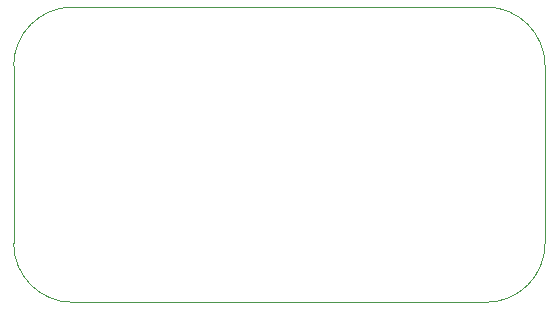
<source format=gm1>
%TF.GenerationSoftware,KiCad,Pcbnew,8.0.0*%
%TF.CreationDate,2024-05-08T18:40:20-04:00*%
%TF.ProjectId,myPowerBoardDesign,6d79506f-7765-4724-926f-617264446573,rev?*%
%TF.SameCoordinates,Original*%
%TF.FileFunction,Profile,NP*%
%FSLAX46Y46*%
G04 Gerber Fmt 4.6, Leading zero omitted, Abs format (unit mm)*
G04 Created by KiCad (PCBNEW 8.0.0) date 2024-05-08 18:40:20*
%MOMM*%
%LPD*%
G01*
G04 APERTURE LIST*
%TA.AperFunction,Profile*%
%ADD10C,0.050000*%
%TD*%
G04 APERTURE END LIST*
D10*
%TO.C,J1*%
X46870000Y-54150000D02*
X46870000Y-39150000D01*
X51870000Y-34150000D02*
X86870000Y-34150000D01*
X86870000Y-59150000D02*
X51870000Y-59150000D01*
X91870000Y-39150000D02*
X91870000Y-54150000D01*
X46870000Y-39150000D02*
G75*
G02*
X51870000Y-34150000I5000000J0D01*
G01*
X51870000Y-59150000D02*
G75*
G02*
X46870000Y-54150000I0J5000000D01*
G01*
X86870000Y-34150000D02*
G75*
G02*
X91870000Y-39150000I0J-5000000D01*
G01*
X91870000Y-54150000D02*
G75*
G02*
X86870000Y-59150000I-5000000J0D01*
G01*
%TD*%
M02*

</source>
